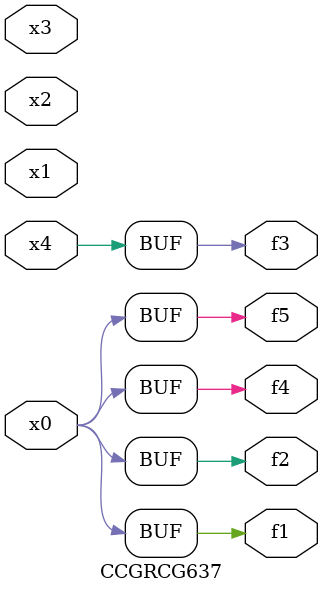
<source format=v>
module CCGRCG637(
	input x0, x1, x2, x3, x4,
	output f1, f2, f3, f4, f5
);
	assign f1 = x0;
	assign f2 = x0;
	assign f3 = x4;
	assign f4 = x0;
	assign f5 = x0;
endmodule

</source>
